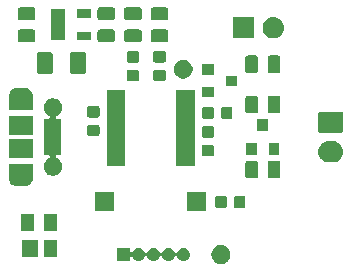
<source format=gbr>
G04 #@! TF.GenerationSoftware,KiCad,Pcbnew,(5.1.4-7-g8dd734fbd)*
G04 #@! TF.CreationDate,2019-08-30T10:47:23+03:00*
G04 #@! TF.ProjectId,stm32_ds2480_emu,73746d33-325f-4647-9332-3438305f656d,rev?*
G04 #@! TF.SameCoordinates,Original*
G04 #@! TF.FileFunction,Soldermask,Top*
G04 #@! TF.FilePolarity,Negative*
%FSLAX46Y46*%
G04 Gerber Fmt 4.6, Leading zero omitted, Abs format (unit mm)*
G04 Created by KiCad (PCBNEW (5.1.4-7-g8dd734fbd)) date 2019-08-30 10:47:23*
%MOMM*%
%LPD*%
G04 APERTURE LIST*
%ADD10C,0.100000*%
G04 APERTURE END LIST*
D10*
G36*
X131433642Y-94429781D02*
G01*
X131579414Y-94490162D01*
X131579416Y-94490163D01*
X131710608Y-94577822D01*
X131822178Y-94689392D01*
X131855754Y-94739643D01*
X131909838Y-94820586D01*
X131970219Y-94966358D01*
X132001000Y-95121107D01*
X132001000Y-95278893D01*
X131970219Y-95433642D01*
X131933315Y-95522735D01*
X131909837Y-95579416D01*
X131822178Y-95710608D01*
X131710608Y-95822178D01*
X131579416Y-95909837D01*
X131579415Y-95909838D01*
X131579414Y-95909838D01*
X131433642Y-95970219D01*
X131278893Y-96001000D01*
X131121107Y-96001000D01*
X130966358Y-95970219D01*
X130820586Y-95909838D01*
X130820585Y-95909838D01*
X130820584Y-95909837D01*
X130689392Y-95822178D01*
X130577822Y-95710608D01*
X130490163Y-95579416D01*
X130466685Y-95522735D01*
X130429781Y-95433642D01*
X130399000Y-95278893D01*
X130399000Y-95121107D01*
X130429781Y-94966358D01*
X130490162Y-94820586D01*
X130544246Y-94739643D01*
X130577822Y-94689392D01*
X130689392Y-94577822D01*
X130820584Y-94490163D01*
X130820586Y-94490162D01*
X130966358Y-94429781D01*
X131121107Y-94399000D01*
X131278893Y-94399000D01*
X131433642Y-94429781D01*
X131433642Y-94429781D01*
G37*
G36*
X123501000Y-94877265D02*
G01*
X123503402Y-94901651D01*
X123510515Y-94925100D01*
X123522066Y-94946711D01*
X123537611Y-94965653D01*
X123556553Y-94981198D01*
X123578164Y-94992749D01*
X123601613Y-94999862D01*
X123625999Y-95002264D01*
X123650385Y-94999862D01*
X123673834Y-94992749D01*
X123695445Y-94981198D01*
X123714387Y-94965653D01*
X123729932Y-94946711D01*
X123736233Y-94936198D01*
X123759644Y-94892400D01*
X123828499Y-94808499D01*
X123912400Y-94739643D01*
X123980945Y-94703005D01*
X124008121Y-94688479D01*
X124111985Y-94656973D01*
X124192933Y-94649000D01*
X124247067Y-94649000D01*
X124328015Y-94656973D01*
X124431879Y-94688479D01*
X124459055Y-94703005D01*
X124527600Y-94739643D01*
X124611501Y-94808499D01*
X124680357Y-94892400D01*
X124716995Y-94960945D01*
X124731521Y-94988121D01*
X124735388Y-95000869D01*
X124744760Y-95023496D01*
X124758374Y-95043870D01*
X124775701Y-95061197D01*
X124796075Y-95074811D01*
X124818714Y-95084188D01*
X124842747Y-95088969D01*
X124867251Y-95088969D01*
X124891285Y-95084189D01*
X124913924Y-95074812D01*
X124934298Y-95061198D01*
X124951625Y-95043871D01*
X124965239Y-95023497D01*
X124974612Y-95000869D01*
X124978479Y-94988121D01*
X124993005Y-94960945D01*
X125029643Y-94892400D01*
X125098499Y-94808499D01*
X125182400Y-94739643D01*
X125250945Y-94703005D01*
X125278121Y-94688479D01*
X125381985Y-94656973D01*
X125462933Y-94649000D01*
X125517067Y-94649000D01*
X125598015Y-94656973D01*
X125701879Y-94688479D01*
X125729055Y-94703005D01*
X125797600Y-94739643D01*
X125881501Y-94808499D01*
X125950357Y-94892400D01*
X125986995Y-94960945D01*
X126001521Y-94988121D01*
X126005388Y-95000869D01*
X126014760Y-95023496D01*
X126028374Y-95043870D01*
X126045701Y-95061197D01*
X126066075Y-95074811D01*
X126088714Y-95084188D01*
X126112747Y-95088969D01*
X126137251Y-95088969D01*
X126161285Y-95084189D01*
X126183924Y-95074812D01*
X126204298Y-95061198D01*
X126221625Y-95043871D01*
X126235239Y-95023497D01*
X126244612Y-95000869D01*
X126248479Y-94988121D01*
X126263005Y-94960945D01*
X126299643Y-94892400D01*
X126368499Y-94808499D01*
X126452400Y-94739643D01*
X126520945Y-94703005D01*
X126548121Y-94688479D01*
X126651985Y-94656973D01*
X126732933Y-94649000D01*
X126787067Y-94649000D01*
X126868015Y-94656973D01*
X126971879Y-94688479D01*
X126999055Y-94703005D01*
X127067600Y-94739643D01*
X127151501Y-94808499D01*
X127220357Y-94892400D01*
X127256995Y-94960945D01*
X127271521Y-94988121D01*
X127275388Y-95000869D01*
X127284760Y-95023496D01*
X127298374Y-95043870D01*
X127315701Y-95061197D01*
X127336075Y-95074811D01*
X127358714Y-95084188D01*
X127382747Y-95088969D01*
X127407251Y-95088969D01*
X127431285Y-95084189D01*
X127453924Y-95074812D01*
X127474298Y-95061198D01*
X127491625Y-95043871D01*
X127505239Y-95023497D01*
X127514612Y-95000869D01*
X127518479Y-94988121D01*
X127533005Y-94960945D01*
X127569643Y-94892400D01*
X127638499Y-94808499D01*
X127722400Y-94739643D01*
X127790945Y-94703005D01*
X127818121Y-94688479D01*
X127921985Y-94656973D01*
X128002933Y-94649000D01*
X128057067Y-94649000D01*
X128138015Y-94656973D01*
X128241879Y-94688479D01*
X128269055Y-94703005D01*
X128337600Y-94739643D01*
X128421501Y-94808499D01*
X128490357Y-94892400D01*
X128526995Y-94960945D01*
X128541521Y-94988121D01*
X128573027Y-95091985D01*
X128583666Y-95200000D01*
X128573027Y-95308015D01*
X128541521Y-95411879D01*
X128541191Y-95412496D01*
X128490357Y-95507600D01*
X128421501Y-95591501D01*
X128337600Y-95660357D01*
X128269055Y-95696995D01*
X128241879Y-95711521D01*
X128138015Y-95743027D01*
X128057067Y-95751000D01*
X128002933Y-95751000D01*
X127921985Y-95743027D01*
X127818121Y-95711521D01*
X127790945Y-95696995D01*
X127722400Y-95660357D01*
X127638499Y-95591501D01*
X127569643Y-95507600D01*
X127518809Y-95412496D01*
X127518479Y-95411879D01*
X127514612Y-95399131D01*
X127505240Y-95376504D01*
X127491626Y-95356130D01*
X127474299Y-95338803D01*
X127453925Y-95325189D01*
X127431286Y-95315812D01*
X127407253Y-95311031D01*
X127382749Y-95311031D01*
X127358715Y-95315811D01*
X127336076Y-95325188D01*
X127315702Y-95338802D01*
X127298375Y-95356129D01*
X127284761Y-95376503D01*
X127275388Y-95399131D01*
X127271521Y-95411879D01*
X127271191Y-95412496D01*
X127220357Y-95507600D01*
X127151501Y-95591501D01*
X127067600Y-95660357D01*
X126999055Y-95696995D01*
X126971879Y-95711521D01*
X126868015Y-95743027D01*
X126787067Y-95751000D01*
X126732933Y-95751000D01*
X126651985Y-95743027D01*
X126548121Y-95711521D01*
X126520945Y-95696995D01*
X126452400Y-95660357D01*
X126368499Y-95591501D01*
X126299643Y-95507600D01*
X126248809Y-95412496D01*
X126248479Y-95411879D01*
X126244612Y-95399131D01*
X126235240Y-95376504D01*
X126221626Y-95356130D01*
X126204299Y-95338803D01*
X126183925Y-95325189D01*
X126161286Y-95315812D01*
X126137253Y-95311031D01*
X126112749Y-95311031D01*
X126088715Y-95315811D01*
X126066076Y-95325188D01*
X126045702Y-95338802D01*
X126028375Y-95356129D01*
X126014761Y-95376503D01*
X126005388Y-95399131D01*
X126001521Y-95411879D01*
X126001191Y-95412496D01*
X125950357Y-95507600D01*
X125881501Y-95591501D01*
X125797600Y-95660357D01*
X125729055Y-95696995D01*
X125701879Y-95711521D01*
X125598015Y-95743027D01*
X125517067Y-95751000D01*
X125462933Y-95751000D01*
X125381985Y-95743027D01*
X125278121Y-95711521D01*
X125250945Y-95696995D01*
X125182400Y-95660357D01*
X125098499Y-95591501D01*
X125029643Y-95507600D01*
X124978809Y-95412496D01*
X124978479Y-95411879D01*
X124974612Y-95399131D01*
X124965240Y-95376504D01*
X124951626Y-95356130D01*
X124934299Y-95338803D01*
X124913925Y-95325189D01*
X124891286Y-95315812D01*
X124867253Y-95311031D01*
X124842749Y-95311031D01*
X124818715Y-95315811D01*
X124796076Y-95325188D01*
X124775702Y-95338802D01*
X124758375Y-95356129D01*
X124744761Y-95376503D01*
X124735388Y-95399131D01*
X124731521Y-95411879D01*
X124731191Y-95412496D01*
X124680357Y-95507600D01*
X124611501Y-95591501D01*
X124527600Y-95660357D01*
X124459055Y-95696995D01*
X124431879Y-95711521D01*
X124328015Y-95743027D01*
X124247067Y-95751000D01*
X124192933Y-95751000D01*
X124111985Y-95743027D01*
X124008121Y-95711521D01*
X123980945Y-95696995D01*
X123912400Y-95660357D01*
X123828499Y-95591501D01*
X123759645Y-95507601D01*
X123759644Y-95507600D01*
X123736236Y-95463807D01*
X123722625Y-95443437D01*
X123705298Y-95426110D01*
X123684924Y-95412496D01*
X123662285Y-95403119D01*
X123638252Y-95398338D01*
X123613748Y-95398338D01*
X123589714Y-95403118D01*
X123567076Y-95412495D01*
X123546701Y-95426109D01*
X123529374Y-95443436D01*
X123515760Y-95463810D01*
X123506383Y-95486449D01*
X123501602Y-95510482D01*
X123501000Y-95522735D01*
X123501000Y-95751000D01*
X122399000Y-95751000D01*
X122399000Y-94649000D01*
X123501000Y-94649000D01*
X123501000Y-94877265D01*
X123501000Y-94877265D01*
G37*
G36*
X115681000Y-95451000D02*
G01*
X114379000Y-95451000D01*
X114379000Y-93949000D01*
X115681000Y-93949000D01*
X115681000Y-95451000D01*
X115681000Y-95451000D01*
G37*
G36*
X117301000Y-95451000D02*
G01*
X116199000Y-95451000D01*
X116199000Y-93949000D01*
X117301000Y-93949000D01*
X117301000Y-95451000D01*
X117301000Y-95451000D01*
G37*
G36*
X117301000Y-93251000D02*
G01*
X116199000Y-93251000D01*
X116199000Y-91749000D01*
X117301000Y-91749000D01*
X117301000Y-93251000D01*
X117301000Y-93251000D01*
G37*
G36*
X115401000Y-93251000D02*
G01*
X114299000Y-93251000D01*
X114299000Y-91749000D01*
X115401000Y-91749000D01*
X115401000Y-93251000D01*
X115401000Y-93251000D01*
G37*
G36*
X129951000Y-91551000D02*
G01*
X128349000Y-91551000D01*
X128349000Y-89949000D01*
X129951000Y-89949000D01*
X129951000Y-91551000D01*
X129951000Y-91551000D01*
G37*
G36*
X122151000Y-91551000D02*
G01*
X120549000Y-91551000D01*
X120549000Y-89949000D01*
X122151000Y-89949000D01*
X122151000Y-91551000D01*
X122151000Y-91551000D01*
G37*
G36*
X133129591Y-90228085D02*
G01*
X133163569Y-90238393D01*
X133194890Y-90255134D01*
X133222339Y-90277661D01*
X133244866Y-90305110D01*
X133261607Y-90336431D01*
X133271915Y-90370409D01*
X133276000Y-90411890D01*
X133276000Y-91088110D01*
X133271915Y-91129591D01*
X133261607Y-91163569D01*
X133244866Y-91194890D01*
X133222339Y-91222339D01*
X133194890Y-91244866D01*
X133163569Y-91261607D01*
X133129591Y-91271915D01*
X133088110Y-91276000D01*
X132486890Y-91276000D01*
X132445409Y-91271915D01*
X132411431Y-91261607D01*
X132380110Y-91244866D01*
X132352661Y-91222339D01*
X132330134Y-91194890D01*
X132313393Y-91163569D01*
X132303085Y-91129591D01*
X132299000Y-91088110D01*
X132299000Y-90411890D01*
X132303085Y-90370409D01*
X132313393Y-90336431D01*
X132330134Y-90305110D01*
X132352661Y-90277661D01*
X132380110Y-90255134D01*
X132411431Y-90238393D01*
X132445409Y-90228085D01*
X132486890Y-90224000D01*
X133088110Y-90224000D01*
X133129591Y-90228085D01*
X133129591Y-90228085D01*
G37*
G36*
X131554591Y-90228085D02*
G01*
X131588569Y-90238393D01*
X131619890Y-90255134D01*
X131647339Y-90277661D01*
X131669866Y-90305110D01*
X131686607Y-90336431D01*
X131696915Y-90370409D01*
X131701000Y-90411890D01*
X131701000Y-91088110D01*
X131696915Y-91129591D01*
X131686607Y-91163569D01*
X131669866Y-91194890D01*
X131647339Y-91222339D01*
X131619890Y-91244866D01*
X131588569Y-91261607D01*
X131554591Y-91271915D01*
X131513110Y-91276000D01*
X130911890Y-91276000D01*
X130870409Y-91271915D01*
X130836431Y-91261607D01*
X130805110Y-91244866D01*
X130777661Y-91222339D01*
X130755134Y-91194890D01*
X130738393Y-91163569D01*
X130728085Y-91129591D01*
X130724000Y-91088110D01*
X130724000Y-90411890D01*
X130728085Y-90370409D01*
X130738393Y-90336431D01*
X130755134Y-90305110D01*
X130777661Y-90277661D01*
X130805110Y-90255134D01*
X130836431Y-90238393D01*
X130870409Y-90228085D01*
X130911890Y-90224000D01*
X131513110Y-90224000D01*
X131554591Y-90228085D01*
X131554591Y-90228085D01*
G37*
G36*
X115263500Y-88711886D02*
G01*
X115264102Y-88724138D01*
X115266649Y-88750000D01*
X115264102Y-88775862D01*
X115263500Y-88788114D01*
X115263500Y-88861406D01*
X115254543Y-88878164D01*
X115250415Y-88889701D01*
X115224632Y-88974693D01*
X115216854Y-89000336D01*
X115156406Y-89113425D01*
X115075054Y-89212554D01*
X114975925Y-89293906D01*
X114862836Y-89354354D01*
X114830904Y-89364040D01*
X114740118Y-89391580D01*
X114676355Y-89397860D01*
X114644474Y-89401000D01*
X113880526Y-89401000D01*
X113848645Y-89397860D01*
X113784882Y-89391580D01*
X113694096Y-89364040D01*
X113662164Y-89354354D01*
X113549075Y-89293906D01*
X113449946Y-89212554D01*
X113368594Y-89113425D01*
X113308146Y-89000336D01*
X113300368Y-88974693D01*
X113274587Y-88889708D01*
X113265213Y-88867075D01*
X113261500Y-88861518D01*
X113261500Y-88788114D01*
X113260898Y-88775862D01*
X113258351Y-88750000D01*
X113260898Y-88724138D01*
X113261500Y-88711886D01*
X113261500Y-87499000D01*
X115263500Y-87499000D01*
X115263500Y-88711886D01*
X115263500Y-88711886D01*
G37*
G36*
X134184468Y-87253565D02*
G01*
X134223138Y-87265296D01*
X134258777Y-87284346D01*
X134290017Y-87309983D01*
X134315654Y-87341223D01*
X134334704Y-87376862D01*
X134346435Y-87415532D01*
X134351000Y-87461888D01*
X134351000Y-88538112D01*
X134346435Y-88584468D01*
X134334704Y-88623138D01*
X134315654Y-88658777D01*
X134290017Y-88690017D01*
X134258777Y-88715654D01*
X134223138Y-88734704D01*
X134184468Y-88746435D01*
X134138112Y-88751000D01*
X133486888Y-88751000D01*
X133440532Y-88746435D01*
X133401862Y-88734704D01*
X133366223Y-88715654D01*
X133334983Y-88690017D01*
X133309346Y-88658777D01*
X133290296Y-88623138D01*
X133278565Y-88584468D01*
X133274000Y-88538112D01*
X133274000Y-87461888D01*
X133278565Y-87415532D01*
X133290296Y-87376862D01*
X133309346Y-87341223D01*
X133334983Y-87309983D01*
X133366223Y-87284346D01*
X133401862Y-87265296D01*
X133440532Y-87253565D01*
X133486888Y-87249000D01*
X134138112Y-87249000D01*
X134184468Y-87253565D01*
X134184468Y-87253565D01*
G37*
G36*
X136059468Y-87253565D02*
G01*
X136098138Y-87265296D01*
X136133777Y-87284346D01*
X136165017Y-87309983D01*
X136190654Y-87341223D01*
X136209704Y-87376862D01*
X136221435Y-87415532D01*
X136226000Y-87461888D01*
X136226000Y-88538112D01*
X136221435Y-88584468D01*
X136209704Y-88623138D01*
X136190654Y-88658777D01*
X136165017Y-88690017D01*
X136133777Y-88715654D01*
X136098138Y-88734704D01*
X136059468Y-88746435D01*
X136013112Y-88751000D01*
X135361888Y-88751000D01*
X135315532Y-88746435D01*
X135276862Y-88734704D01*
X135241223Y-88715654D01*
X135209983Y-88690017D01*
X135184346Y-88658777D01*
X135165296Y-88623138D01*
X135153565Y-88584468D01*
X135149000Y-88538112D01*
X135149000Y-87461888D01*
X135153565Y-87415532D01*
X135165296Y-87376862D01*
X135184346Y-87341223D01*
X135209983Y-87309983D01*
X135241223Y-87284346D01*
X135276862Y-87265296D01*
X135315532Y-87253565D01*
X135361888Y-87249000D01*
X136013112Y-87249000D01*
X136059468Y-87253565D01*
X136059468Y-87253565D01*
G37*
G36*
X117188848Y-82003820D02*
G01*
X117188850Y-82003821D01*
X117188851Y-82003821D01*
X117330074Y-82062317D01*
X117330077Y-82062319D01*
X117457169Y-82147239D01*
X117565261Y-82255331D01*
X117650181Y-82382423D01*
X117650183Y-82382426D01*
X117708679Y-82523649D01*
X117708680Y-82523652D01*
X117738500Y-82673569D01*
X117738500Y-82826431D01*
X117729715Y-82870599D01*
X117708679Y-82976351D01*
X117650183Y-83117574D01*
X117650181Y-83117577D01*
X117565261Y-83244669D01*
X117457169Y-83352761D01*
X117379884Y-83404401D01*
X117330074Y-83437683D01*
X117279772Y-83458519D01*
X117258164Y-83470068D01*
X117239222Y-83485614D01*
X117223677Y-83504556D01*
X117212126Y-83526166D01*
X117205013Y-83549615D01*
X117202611Y-83574001D01*
X117205013Y-83598387D01*
X117212126Y-83621836D01*
X117223677Y-83643447D01*
X117239223Y-83662389D01*
X117258165Y-83677934D01*
X117279775Y-83689485D01*
X117303224Y-83696598D01*
X117327610Y-83699000D01*
X117688500Y-83699000D01*
X117688500Y-86801000D01*
X117327610Y-86801000D01*
X117303224Y-86803402D01*
X117279775Y-86810515D01*
X117258164Y-86822066D01*
X117239222Y-86837611D01*
X117223677Y-86856553D01*
X117212126Y-86878164D01*
X117205013Y-86901613D01*
X117202611Y-86925999D01*
X117205013Y-86950385D01*
X117212126Y-86973834D01*
X117223677Y-86995445D01*
X117239222Y-87014387D01*
X117258164Y-87029932D01*
X117279772Y-87041481D01*
X117330074Y-87062317D01*
X117330075Y-87062318D01*
X117457169Y-87147239D01*
X117565261Y-87255331D01*
X117619458Y-87336443D01*
X117650183Y-87382426D01*
X117708679Y-87523649D01*
X117738500Y-87673571D01*
X117738500Y-87826429D01*
X117708679Y-87976351D01*
X117650183Y-88117574D01*
X117650181Y-88117577D01*
X117565261Y-88244669D01*
X117457169Y-88352761D01*
X117406564Y-88386574D01*
X117330074Y-88437683D01*
X117188851Y-88496179D01*
X117188850Y-88496179D01*
X117188848Y-88496180D01*
X117038931Y-88526000D01*
X116886069Y-88526000D01*
X116736152Y-88496180D01*
X116736150Y-88496179D01*
X116736149Y-88496179D01*
X116594926Y-88437683D01*
X116518436Y-88386574D01*
X116467831Y-88352761D01*
X116359739Y-88244669D01*
X116274819Y-88117577D01*
X116274817Y-88117574D01*
X116216321Y-87976351D01*
X116186500Y-87826429D01*
X116186500Y-87673571D01*
X116216321Y-87523649D01*
X116274817Y-87382426D01*
X116305542Y-87336443D01*
X116359739Y-87255331D01*
X116467831Y-87147239D01*
X116594925Y-87062318D01*
X116594926Y-87062317D01*
X116645228Y-87041481D01*
X116666836Y-87029932D01*
X116685778Y-87014386D01*
X116701323Y-86995444D01*
X116712874Y-86973834D01*
X116719987Y-86950385D01*
X116722389Y-86925999D01*
X116719987Y-86901613D01*
X116712874Y-86878164D01*
X116701323Y-86856553D01*
X116685777Y-86837611D01*
X116666835Y-86822066D01*
X116645225Y-86810515D01*
X116621776Y-86803402D01*
X116597390Y-86801000D01*
X116236500Y-86801000D01*
X116236500Y-83699000D01*
X116597390Y-83699000D01*
X116621776Y-83696598D01*
X116645225Y-83689485D01*
X116666836Y-83677934D01*
X116685778Y-83662389D01*
X116701323Y-83643447D01*
X116712874Y-83621836D01*
X116719987Y-83598387D01*
X116722389Y-83574001D01*
X116719987Y-83549615D01*
X116712874Y-83526166D01*
X116701323Y-83504555D01*
X116685778Y-83485613D01*
X116666836Y-83470068D01*
X116645228Y-83458519D01*
X116594926Y-83437683D01*
X116545116Y-83404401D01*
X116467831Y-83352761D01*
X116359739Y-83244669D01*
X116274819Y-83117577D01*
X116274817Y-83117574D01*
X116216321Y-82976351D01*
X116195286Y-82870599D01*
X116186500Y-82826431D01*
X116186500Y-82673569D01*
X116216320Y-82523652D01*
X116216321Y-82523649D01*
X116274817Y-82382426D01*
X116274819Y-82382423D01*
X116359739Y-82255331D01*
X116467831Y-82147239D01*
X116594923Y-82062319D01*
X116594926Y-82062317D01*
X116736149Y-82003821D01*
X116736150Y-82003821D01*
X116736152Y-82003820D01*
X116886069Y-81974000D01*
X117038931Y-81974000D01*
X117188848Y-82003820D01*
X117188848Y-82003820D01*
G37*
G36*
X123076000Y-87701000D02*
G01*
X121524000Y-87701000D01*
X121524000Y-81299000D01*
X123076000Y-81299000D01*
X123076000Y-87701000D01*
X123076000Y-87701000D01*
G37*
G36*
X128976000Y-87701000D02*
G01*
X127424000Y-87701000D01*
X127424000Y-81299000D01*
X128976000Y-81299000D01*
X128976000Y-87701000D01*
X128976000Y-87701000D01*
G37*
G36*
X140760443Y-85605519D02*
G01*
X140826627Y-85612037D01*
X140996466Y-85663557D01*
X141152991Y-85747222D01*
X141155157Y-85749000D01*
X141290186Y-85859814D01*
X141366382Y-85952661D01*
X141402778Y-85997009D01*
X141486443Y-86153534D01*
X141537963Y-86323373D01*
X141555359Y-86500000D01*
X141537963Y-86676627D01*
X141486443Y-86846466D01*
X141402778Y-87002991D01*
X141393426Y-87014386D01*
X141290186Y-87140186D01*
X141188729Y-87223448D01*
X141152991Y-87252778D01*
X140996466Y-87336443D01*
X140826627Y-87387963D01*
X140760442Y-87394482D01*
X140694260Y-87401000D01*
X140305740Y-87401000D01*
X140239558Y-87394482D01*
X140173373Y-87387963D01*
X140003534Y-87336443D01*
X139847009Y-87252778D01*
X139811271Y-87223448D01*
X139709814Y-87140186D01*
X139606574Y-87014386D01*
X139597222Y-87002991D01*
X139513557Y-86846466D01*
X139462037Y-86676627D01*
X139444641Y-86500000D01*
X139462037Y-86323373D01*
X139513557Y-86153534D01*
X139597222Y-85997009D01*
X139633618Y-85952661D01*
X139709814Y-85859814D01*
X139844843Y-85749000D01*
X139847009Y-85747222D01*
X140003534Y-85663557D01*
X140173373Y-85612037D01*
X140239557Y-85605519D01*
X140305740Y-85599000D01*
X140694260Y-85599000D01*
X140760443Y-85605519D01*
X140760443Y-85605519D01*
G37*
G36*
X115263500Y-87051000D02*
G01*
X113261500Y-87051000D01*
X113261500Y-85449000D01*
X115263500Y-85449000D01*
X115263500Y-87051000D01*
X115263500Y-87051000D01*
G37*
G36*
X130479591Y-85903085D02*
G01*
X130513569Y-85913393D01*
X130544890Y-85930134D01*
X130572339Y-85952661D01*
X130594866Y-85980110D01*
X130611607Y-86011431D01*
X130621915Y-86045409D01*
X130626000Y-86086890D01*
X130626000Y-86688110D01*
X130621915Y-86729591D01*
X130611607Y-86763569D01*
X130594866Y-86794890D01*
X130572339Y-86822339D01*
X130544890Y-86844866D01*
X130513569Y-86861607D01*
X130479591Y-86871915D01*
X130438110Y-86876000D01*
X129761890Y-86876000D01*
X129720409Y-86871915D01*
X129686431Y-86861607D01*
X129655110Y-86844866D01*
X129627661Y-86822339D01*
X129605134Y-86794890D01*
X129588393Y-86763569D01*
X129578085Y-86729591D01*
X129574000Y-86688110D01*
X129574000Y-86086890D01*
X129578085Y-86045409D01*
X129588393Y-86011431D01*
X129605134Y-85980110D01*
X129627661Y-85952661D01*
X129655110Y-85930134D01*
X129686431Y-85913393D01*
X129720409Y-85903085D01*
X129761890Y-85899000D01*
X130438110Y-85899000D01*
X130479591Y-85903085D01*
X130479591Y-85903085D01*
G37*
G36*
X134251000Y-86751000D02*
G01*
X133349000Y-86751000D01*
X133349000Y-85749000D01*
X134251000Y-85749000D01*
X134251000Y-86751000D01*
X134251000Y-86751000D01*
G37*
G36*
X136151000Y-86751000D02*
G01*
X135249000Y-86751000D01*
X135249000Y-85749000D01*
X136151000Y-85749000D01*
X136151000Y-86751000D01*
X136151000Y-86751000D01*
G37*
G36*
X130479591Y-84328085D02*
G01*
X130513569Y-84338393D01*
X130544890Y-84355134D01*
X130572339Y-84377661D01*
X130594866Y-84405110D01*
X130611607Y-84436431D01*
X130621915Y-84470409D01*
X130626000Y-84511890D01*
X130626000Y-85113110D01*
X130621915Y-85154591D01*
X130611607Y-85188569D01*
X130594866Y-85219890D01*
X130572339Y-85247339D01*
X130544890Y-85269866D01*
X130513569Y-85286607D01*
X130479591Y-85296915D01*
X130438110Y-85301000D01*
X129761890Y-85301000D01*
X129720409Y-85296915D01*
X129686431Y-85286607D01*
X129655110Y-85269866D01*
X129627661Y-85247339D01*
X129605134Y-85219890D01*
X129588393Y-85188569D01*
X129578085Y-85154591D01*
X129574000Y-85113110D01*
X129574000Y-84511890D01*
X129578085Y-84470409D01*
X129588393Y-84436431D01*
X129605134Y-84405110D01*
X129627661Y-84377661D01*
X129655110Y-84355134D01*
X129686431Y-84338393D01*
X129720409Y-84328085D01*
X129761890Y-84324000D01*
X130438110Y-84324000D01*
X130479591Y-84328085D01*
X130479591Y-84328085D01*
G37*
G36*
X120779591Y-84203085D02*
G01*
X120813569Y-84213393D01*
X120844890Y-84230134D01*
X120872339Y-84252661D01*
X120894866Y-84280110D01*
X120911607Y-84311431D01*
X120921915Y-84345409D01*
X120926000Y-84386890D01*
X120926000Y-84988110D01*
X120921915Y-85029591D01*
X120911607Y-85063569D01*
X120894866Y-85094890D01*
X120872339Y-85122339D01*
X120844890Y-85144866D01*
X120813569Y-85161607D01*
X120779591Y-85171915D01*
X120738110Y-85176000D01*
X120061890Y-85176000D01*
X120020409Y-85171915D01*
X119986431Y-85161607D01*
X119955110Y-85144866D01*
X119927661Y-85122339D01*
X119905134Y-85094890D01*
X119888393Y-85063569D01*
X119878085Y-85029591D01*
X119874000Y-84988110D01*
X119874000Y-84386890D01*
X119878085Y-84345409D01*
X119888393Y-84311431D01*
X119905134Y-84280110D01*
X119927661Y-84252661D01*
X119955110Y-84230134D01*
X119986431Y-84213393D01*
X120020409Y-84203085D01*
X120061890Y-84199000D01*
X120738110Y-84199000D01*
X120779591Y-84203085D01*
X120779591Y-84203085D01*
G37*
G36*
X115263500Y-85051000D02*
G01*
X113261500Y-85051000D01*
X113261500Y-83449000D01*
X115263500Y-83449000D01*
X115263500Y-85051000D01*
X115263500Y-85051000D01*
G37*
G36*
X141408600Y-83102989D02*
G01*
X141441652Y-83113015D01*
X141472103Y-83129292D01*
X141498799Y-83151201D01*
X141520708Y-83177897D01*
X141536985Y-83208348D01*
X141547011Y-83241400D01*
X141551000Y-83281903D01*
X141551000Y-84718097D01*
X141547011Y-84758600D01*
X141536985Y-84791652D01*
X141520708Y-84822103D01*
X141498799Y-84848799D01*
X141472103Y-84870708D01*
X141441652Y-84886985D01*
X141408600Y-84897011D01*
X141368097Y-84901000D01*
X139631903Y-84901000D01*
X139591400Y-84897011D01*
X139558348Y-84886985D01*
X139527897Y-84870708D01*
X139501201Y-84848799D01*
X139479292Y-84822103D01*
X139463015Y-84791652D01*
X139452989Y-84758600D01*
X139449000Y-84718097D01*
X139449000Y-83281903D01*
X139452989Y-83241400D01*
X139463015Y-83208348D01*
X139479292Y-83177897D01*
X139501201Y-83151201D01*
X139527897Y-83129292D01*
X139558348Y-83113015D01*
X139591400Y-83102989D01*
X139631903Y-83099000D01*
X141368097Y-83099000D01*
X141408600Y-83102989D01*
X141408600Y-83102989D01*
G37*
G36*
X135201000Y-84751000D02*
G01*
X134299000Y-84751000D01*
X134299000Y-83749000D01*
X135201000Y-83749000D01*
X135201000Y-84751000D01*
X135201000Y-84751000D01*
G37*
G36*
X132029591Y-82678085D02*
G01*
X132063569Y-82688393D01*
X132094890Y-82705134D01*
X132122339Y-82727661D01*
X132144866Y-82755110D01*
X132161607Y-82786431D01*
X132171915Y-82820409D01*
X132176000Y-82861890D01*
X132176000Y-83538110D01*
X132171915Y-83579591D01*
X132161607Y-83613569D01*
X132144866Y-83644890D01*
X132122339Y-83672339D01*
X132094890Y-83694866D01*
X132063569Y-83711607D01*
X132029591Y-83721915D01*
X131988110Y-83726000D01*
X131386890Y-83726000D01*
X131345409Y-83721915D01*
X131311431Y-83711607D01*
X131280110Y-83694866D01*
X131252661Y-83672339D01*
X131230134Y-83644890D01*
X131213393Y-83613569D01*
X131203085Y-83579591D01*
X131199000Y-83538110D01*
X131199000Y-82861890D01*
X131203085Y-82820409D01*
X131213393Y-82786431D01*
X131230134Y-82755110D01*
X131252661Y-82727661D01*
X131280110Y-82705134D01*
X131311431Y-82688393D01*
X131345409Y-82678085D01*
X131386890Y-82674000D01*
X131988110Y-82674000D01*
X132029591Y-82678085D01*
X132029591Y-82678085D01*
G37*
G36*
X130454591Y-82678085D02*
G01*
X130488569Y-82688393D01*
X130519890Y-82705134D01*
X130547339Y-82727661D01*
X130569866Y-82755110D01*
X130586607Y-82786431D01*
X130596915Y-82820409D01*
X130601000Y-82861890D01*
X130601000Y-83538110D01*
X130596915Y-83579591D01*
X130586607Y-83613569D01*
X130569866Y-83644890D01*
X130547339Y-83672339D01*
X130519890Y-83694866D01*
X130488569Y-83711607D01*
X130454591Y-83721915D01*
X130413110Y-83726000D01*
X129811890Y-83726000D01*
X129770409Y-83721915D01*
X129736431Y-83711607D01*
X129705110Y-83694866D01*
X129677661Y-83672339D01*
X129655134Y-83644890D01*
X129638393Y-83613569D01*
X129628085Y-83579591D01*
X129624000Y-83538110D01*
X129624000Y-82861890D01*
X129628085Y-82820409D01*
X129638393Y-82786431D01*
X129655134Y-82755110D01*
X129677661Y-82727661D01*
X129705110Y-82705134D01*
X129736431Y-82688393D01*
X129770409Y-82678085D01*
X129811890Y-82674000D01*
X130413110Y-82674000D01*
X130454591Y-82678085D01*
X130454591Y-82678085D01*
G37*
G36*
X120779591Y-82628085D02*
G01*
X120813569Y-82638393D01*
X120844890Y-82655134D01*
X120872339Y-82677661D01*
X120894866Y-82705110D01*
X120911607Y-82736431D01*
X120921915Y-82770409D01*
X120926000Y-82811890D01*
X120926000Y-83413110D01*
X120921915Y-83454591D01*
X120911607Y-83488569D01*
X120894866Y-83519890D01*
X120872339Y-83547339D01*
X120844890Y-83569866D01*
X120813569Y-83586607D01*
X120779591Y-83596915D01*
X120738110Y-83601000D01*
X120061890Y-83601000D01*
X120020409Y-83596915D01*
X119986431Y-83586607D01*
X119955110Y-83569866D01*
X119927661Y-83547339D01*
X119905134Y-83519890D01*
X119888393Y-83488569D01*
X119878085Y-83454591D01*
X119874000Y-83413110D01*
X119874000Y-82811890D01*
X119878085Y-82770409D01*
X119888393Y-82736431D01*
X119905134Y-82705110D01*
X119927661Y-82677661D01*
X119955110Y-82655134D01*
X119986431Y-82638393D01*
X120020409Y-82628085D01*
X120061890Y-82624000D01*
X120738110Y-82624000D01*
X120779591Y-82628085D01*
X120779591Y-82628085D01*
G37*
G36*
X134184468Y-81753565D02*
G01*
X134223138Y-81765296D01*
X134258777Y-81784346D01*
X134290017Y-81809983D01*
X134315654Y-81841223D01*
X134334704Y-81876862D01*
X134346435Y-81915532D01*
X134351000Y-81961888D01*
X134351000Y-83038112D01*
X134346435Y-83084468D01*
X134334704Y-83123138D01*
X134315654Y-83158777D01*
X134290017Y-83190017D01*
X134258777Y-83215654D01*
X134223138Y-83234704D01*
X134184468Y-83246435D01*
X134138112Y-83251000D01*
X133486888Y-83251000D01*
X133440532Y-83246435D01*
X133401862Y-83234704D01*
X133366223Y-83215654D01*
X133334983Y-83190017D01*
X133309346Y-83158777D01*
X133290296Y-83123138D01*
X133278565Y-83084468D01*
X133274000Y-83038112D01*
X133274000Y-81961888D01*
X133278565Y-81915532D01*
X133290296Y-81876862D01*
X133309346Y-81841223D01*
X133334983Y-81809983D01*
X133366223Y-81784346D01*
X133401862Y-81765296D01*
X133440532Y-81753565D01*
X133486888Y-81749000D01*
X134138112Y-81749000D01*
X134184468Y-81753565D01*
X134184468Y-81753565D01*
G37*
G36*
X136059468Y-81753565D02*
G01*
X136098138Y-81765296D01*
X136133777Y-81784346D01*
X136165017Y-81809983D01*
X136190654Y-81841223D01*
X136209704Y-81876862D01*
X136221435Y-81915532D01*
X136226000Y-81961888D01*
X136226000Y-83038112D01*
X136221435Y-83084468D01*
X136209704Y-83123138D01*
X136190654Y-83158777D01*
X136165017Y-83190017D01*
X136133777Y-83215654D01*
X136098138Y-83234704D01*
X136059468Y-83246435D01*
X136013112Y-83251000D01*
X135361888Y-83251000D01*
X135315532Y-83246435D01*
X135276862Y-83234704D01*
X135241223Y-83215654D01*
X135209983Y-83190017D01*
X135184346Y-83158777D01*
X135165296Y-83123138D01*
X135153565Y-83084468D01*
X135149000Y-83038112D01*
X135149000Y-81961888D01*
X135153565Y-81915532D01*
X135165296Y-81876862D01*
X135184346Y-81841223D01*
X135209983Y-81809983D01*
X135241223Y-81784346D01*
X135276862Y-81765296D01*
X135315532Y-81753565D01*
X135361888Y-81749000D01*
X136013112Y-81749000D01*
X136059468Y-81753565D01*
X136059468Y-81753565D01*
G37*
G36*
X114676355Y-81102140D02*
G01*
X114740118Y-81108420D01*
X114830904Y-81135960D01*
X114862836Y-81145646D01*
X114975925Y-81206094D01*
X115075054Y-81287446D01*
X115156406Y-81386575D01*
X115216854Y-81499664D01*
X115216855Y-81499668D01*
X115250413Y-81610292D01*
X115259787Y-81632925D01*
X115263500Y-81638482D01*
X115263500Y-81711886D01*
X115264102Y-81724138D01*
X115266649Y-81750000D01*
X115264102Y-81775862D01*
X115263500Y-81788114D01*
X115263500Y-83001000D01*
X113261500Y-83001000D01*
X113261500Y-81788114D01*
X113260898Y-81775862D01*
X113258351Y-81750000D01*
X113260898Y-81724138D01*
X113261500Y-81711886D01*
X113261500Y-81638594D01*
X113270457Y-81621836D01*
X113274585Y-81610299D01*
X113308145Y-81499668D01*
X113308146Y-81499664D01*
X113368594Y-81386575D01*
X113449946Y-81287446D01*
X113549075Y-81206094D01*
X113662164Y-81145646D01*
X113694096Y-81135960D01*
X113784882Y-81108420D01*
X113848645Y-81102140D01*
X113880526Y-81099000D01*
X114644474Y-81099000D01*
X114676355Y-81102140D01*
X114676355Y-81102140D01*
G37*
G36*
X130601000Y-81901000D02*
G01*
X129599000Y-81901000D01*
X129599000Y-80999000D01*
X130601000Y-80999000D01*
X130601000Y-81901000D01*
X130601000Y-81901000D01*
G37*
G36*
X132601000Y-80951000D02*
G01*
X131599000Y-80951000D01*
X131599000Y-80049000D01*
X132601000Y-80049000D01*
X132601000Y-80951000D01*
X132601000Y-80951000D01*
G37*
G36*
X126379591Y-79553085D02*
G01*
X126413569Y-79563393D01*
X126444890Y-79580134D01*
X126472339Y-79602661D01*
X126494866Y-79630110D01*
X126511607Y-79661431D01*
X126521915Y-79695409D01*
X126526000Y-79736890D01*
X126526000Y-80338110D01*
X126521915Y-80379591D01*
X126511607Y-80413569D01*
X126494866Y-80444890D01*
X126472339Y-80472339D01*
X126444890Y-80494866D01*
X126413569Y-80511607D01*
X126379591Y-80521915D01*
X126338110Y-80526000D01*
X125661890Y-80526000D01*
X125620409Y-80521915D01*
X125586431Y-80511607D01*
X125555110Y-80494866D01*
X125527661Y-80472339D01*
X125505134Y-80444890D01*
X125488393Y-80413569D01*
X125478085Y-80379591D01*
X125474000Y-80338110D01*
X125474000Y-79736890D01*
X125478085Y-79695409D01*
X125488393Y-79661431D01*
X125505134Y-79630110D01*
X125527661Y-79602661D01*
X125555110Y-79580134D01*
X125586431Y-79563393D01*
X125620409Y-79553085D01*
X125661890Y-79549000D01*
X126338110Y-79549000D01*
X126379591Y-79553085D01*
X126379591Y-79553085D01*
G37*
G36*
X124129591Y-79553085D02*
G01*
X124163569Y-79563393D01*
X124194890Y-79580134D01*
X124222339Y-79602661D01*
X124244866Y-79630110D01*
X124261607Y-79661431D01*
X124271915Y-79695409D01*
X124276000Y-79736890D01*
X124276000Y-80338110D01*
X124271915Y-80379591D01*
X124261607Y-80413569D01*
X124244866Y-80444890D01*
X124222339Y-80472339D01*
X124194890Y-80494866D01*
X124163569Y-80511607D01*
X124129591Y-80521915D01*
X124088110Y-80526000D01*
X123411890Y-80526000D01*
X123370409Y-80521915D01*
X123336431Y-80511607D01*
X123305110Y-80494866D01*
X123277661Y-80472339D01*
X123255134Y-80444890D01*
X123238393Y-80413569D01*
X123228085Y-80379591D01*
X123224000Y-80338110D01*
X123224000Y-79736890D01*
X123228085Y-79695409D01*
X123238393Y-79661431D01*
X123255134Y-79630110D01*
X123277661Y-79602661D01*
X123305110Y-79580134D01*
X123336431Y-79563393D01*
X123370409Y-79553085D01*
X123411890Y-79549000D01*
X124088110Y-79549000D01*
X124129591Y-79553085D01*
X124129591Y-79553085D01*
G37*
G36*
X128233642Y-78729781D02*
G01*
X128379414Y-78790162D01*
X128379416Y-78790163D01*
X128510608Y-78877822D01*
X128622178Y-78989392D01*
X128695415Y-79099000D01*
X128709838Y-79120586D01*
X128770219Y-79266358D01*
X128801000Y-79421107D01*
X128801000Y-79578893D01*
X128770219Y-79733642D01*
X128709838Y-79879414D01*
X128709837Y-79879416D01*
X128622178Y-80010608D01*
X128510608Y-80122178D01*
X128379416Y-80209837D01*
X128379415Y-80209838D01*
X128379414Y-80209838D01*
X128233642Y-80270219D01*
X128078893Y-80301000D01*
X127921107Y-80301000D01*
X127766358Y-80270219D01*
X127620586Y-80209838D01*
X127620585Y-80209838D01*
X127620584Y-80209837D01*
X127489392Y-80122178D01*
X127377822Y-80010608D01*
X127290163Y-79879416D01*
X127290162Y-79879414D01*
X127229781Y-79733642D01*
X127199000Y-79578893D01*
X127199000Y-79421107D01*
X127229781Y-79266358D01*
X127290162Y-79120586D01*
X127304585Y-79099000D01*
X127377822Y-78989392D01*
X127489392Y-78877822D01*
X127620584Y-78790163D01*
X127620586Y-78790162D01*
X127766358Y-78729781D01*
X127921107Y-78699000D01*
X128078893Y-78699000D01*
X128233642Y-78729781D01*
X128233642Y-78729781D01*
G37*
G36*
X130601000Y-80001000D02*
G01*
X129599000Y-80001000D01*
X129599000Y-79099000D01*
X130601000Y-79099000D01*
X130601000Y-80001000D01*
X130601000Y-80001000D01*
G37*
G36*
X119618604Y-78078347D02*
G01*
X119655144Y-78089432D01*
X119688821Y-78107433D01*
X119718341Y-78131659D01*
X119742567Y-78161179D01*
X119760568Y-78194856D01*
X119771653Y-78231396D01*
X119776000Y-78275538D01*
X119776000Y-79724462D01*
X119771653Y-79768604D01*
X119760568Y-79805144D01*
X119742567Y-79838821D01*
X119718341Y-79868341D01*
X119688821Y-79892567D01*
X119655144Y-79910568D01*
X119618604Y-79921653D01*
X119574462Y-79926000D01*
X118625538Y-79926000D01*
X118581396Y-79921653D01*
X118544856Y-79910568D01*
X118511179Y-79892567D01*
X118481659Y-79868341D01*
X118457433Y-79838821D01*
X118439432Y-79805144D01*
X118428347Y-79768604D01*
X118424000Y-79724462D01*
X118424000Y-78275538D01*
X118428347Y-78231396D01*
X118439432Y-78194856D01*
X118457433Y-78161179D01*
X118481659Y-78131659D01*
X118511179Y-78107433D01*
X118544856Y-78089432D01*
X118581396Y-78078347D01*
X118625538Y-78074000D01*
X119574462Y-78074000D01*
X119618604Y-78078347D01*
X119618604Y-78078347D01*
G37*
G36*
X116818604Y-78078347D02*
G01*
X116855144Y-78089432D01*
X116888821Y-78107433D01*
X116918341Y-78131659D01*
X116942567Y-78161179D01*
X116960568Y-78194856D01*
X116971653Y-78231396D01*
X116976000Y-78275538D01*
X116976000Y-79724462D01*
X116971653Y-79768604D01*
X116960568Y-79805144D01*
X116942567Y-79838821D01*
X116918341Y-79868341D01*
X116888821Y-79892567D01*
X116855144Y-79910568D01*
X116818604Y-79921653D01*
X116774462Y-79926000D01*
X115825538Y-79926000D01*
X115781396Y-79921653D01*
X115744856Y-79910568D01*
X115711179Y-79892567D01*
X115681659Y-79868341D01*
X115657433Y-79838821D01*
X115639432Y-79805144D01*
X115628347Y-79768604D01*
X115624000Y-79724462D01*
X115624000Y-78275538D01*
X115628347Y-78231396D01*
X115639432Y-78194856D01*
X115657433Y-78161179D01*
X115681659Y-78131659D01*
X115711179Y-78107433D01*
X115744856Y-78089432D01*
X115781396Y-78078347D01*
X115825538Y-78074000D01*
X116774462Y-78074000D01*
X116818604Y-78078347D01*
X116818604Y-78078347D01*
G37*
G36*
X134184468Y-78353565D02*
G01*
X134223138Y-78365296D01*
X134258777Y-78384346D01*
X134290017Y-78409983D01*
X134315654Y-78441223D01*
X134334704Y-78476862D01*
X134346435Y-78515532D01*
X134351000Y-78561888D01*
X134351000Y-79638112D01*
X134346435Y-79684468D01*
X134334704Y-79723138D01*
X134315654Y-79758777D01*
X134290017Y-79790017D01*
X134258777Y-79815654D01*
X134223138Y-79834704D01*
X134184468Y-79846435D01*
X134138112Y-79851000D01*
X133486888Y-79851000D01*
X133440532Y-79846435D01*
X133401862Y-79834704D01*
X133366223Y-79815654D01*
X133334983Y-79790017D01*
X133309346Y-79758777D01*
X133290296Y-79723138D01*
X133278565Y-79684468D01*
X133274000Y-79638112D01*
X133274000Y-78561888D01*
X133278565Y-78515532D01*
X133290296Y-78476862D01*
X133309346Y-78441223D01*
X133334983Y-78409983D01*
X133366223Y-78384346D01*
X133401862Y-78365296D01*
X133440532Y-78353565D01*
X133486888Y-78349000D01*
X134138112Y-78349000D01*
X134184468Y-78353565D01*
X134184468Y-78353565D01*
G37*
G36*
X136059468Y-78353565D02*
G01*
X136098138Y-78365296D01*
X136133777Y-78384346D01*
X136165017Y-78409983D01*
X136190654Y-78441223D01*
X136209704Y-78476862D01*
X136221435Y-78515532D01*
X136226000Y-78561888D01*
X136226000Y-79638112D01*
X136221435Y-79684468D01*
X136209704Y-79723138D01*
X136190654Y-79758777D01*
X136165017Y-79790017D01*
X136133777Y-79815654D01*
X136098138Y-79834704D01*
X136059468Y-79846435D01*
X136013112Y-79851000D01*
X135361888Y-79851000D01*
X135315532Y-79846435D01*
X135276862Y-79834704D01*
X135241223Y-79815654D01*
X135209983Y-79790017D01*
X135184346Y-79758777D01*
X135165296Y-79723138D01*
X135153565Y-79684468D01*
X135149000Y-79638112D01*
X135149000Y-78561888D01*
X135153565Y-78515532D01*
X135165296Y-78476862D01*
X135184346Y-78441223D01*
X135209983Y-78409983D01*
X135241223Y-78384346D01*
X135276862Y-78365296D01*
X135315532Y-78353565D01*
X135361888Y-78349000D01*
X136013112Y-78349000D01*
X136059468Y-78353565D01*
X136059468Y-78353565D01*
G37*
G36*
X126379591Y-77978085D02*
G01*
X126413569Y-77988393D01*
X126444890Y-78005134D01*
X126472339Y-78027661D01*
X126494866Y-78055110D01*
X126511607Y-78086431D01*
X126521915Y-78120409D01*
X126526000Y-78161890D01*
X126526000Y-78763110D01*
X126521915Y-78804591D01*
X126511607Y-78838569D01*
X126494866Y-78869890D01*
X126472339Y-78897339D01*
X126444890Y-78919866D01*
X126413569Y-78936607D01*
X126379591Y-78946915D01*
X126338110Y-78951000D01*
X125661890Y-78951000D01*
X125620409Y-78946915D01*
X125586431Y-78936607D01*
X125555110Y-78919866D01*
X125527661Y-78897339D01*
X125505134Y-78869890D01*
X125488393Y-78838569D01*
X125478085Y-78804591D01*
X125474000Y-78763110D01*
X125474000Y-78161890D01*
X125478085Y-78120409D01*
X125488393Y-78086431D01*
X125505134Y-78055110D01*
X125527661Y-78027661D01*
X125555110Y-78005134D01*
X125586431Y-77988393D01*
X125620409Y-77978085D01*
X125661890Y-77974000D01*
X126338110Y-77974000D01*
X126379591Y-77978085D01*
X126379591Y-77978085D01*
G37*
G36*
X124129591Y-77978085D02*
G01*
X124163569Y-77988393D01*
X124194890Y-78005134D01*
X124222339Y-78027661D01*
X124244866Y-78055110D01*
X124261607Y-78086431D01*
X124271915Y-78120409D01*
X124276000Y-78161890D01*
X124276000Y-78763110D01*
X124271915Y-78804591D01*
X124261607Y-78838569D01*
X124244866Y-78869890D01*
X124222339Y-78897339D01*
X124194890Y-78919866D01*
X124163569Y-78936607D01*
X124129591Y-78946915D01*
X124088110Y-78951000D01*
X123411890Y-78951000D01*
X123370409Y-78946915D01*
X123336431Y-78936607D01*
X123305110Y-78919866D01*
X123277661Y-78897339D01*
X123255134Y-78869890D01*
X123238393Y-78838569D01*
X123228085Y-78804591D01*
X123224000Y-78763110D01*
X123224000Y-78161890D01*
X123228085Y-78120409D01*
X123238393Y-78086431D01*
X123255134Y-78055110D01*
X123277661Y-78027661D01*
X123305110Y-78005134D01*
X123336431Y-77988393D01*
X123370409Y-77978085D01*
X123411890Y-77974000D01*
X124088110Y-77974000D01*
X124129591Y-77978085D01*
X124129591Y-77978085D01*
G37*
G36*
X122084468Y-76153565D02*
G01*
X122123138Y-76165296D01*
X122158777Y-76184346D01*
X122190017Y-76209983D01*
X122215654Y-76241223D01*
X122234704Y-76276862D01*
X122246435Y-76315532D01*
X122251000Y-76361888D01*
X122251000Y-77013112D01*
X122246435Y-77059468D01*
X122234704Y-77098138D01*
X122215654Y-77133777D01*
X122190017Y-77165017D01*
X122158777Y-77190654D01*
X122123138Y-77209704D01*
X122084468Y-77221435D01*
X122038112Y-77226000D01*
X120961888Y-77226000D01*
X120915532Y-77221435D01*
X120876862Y-77209704D01*
X120841223Y-77190654D01*
X120809983Y-77165017D01*
X120784346Y-77133777D01*
X120765296Y-77098138D01*
X120753565Y-77059468D01*
X120749000Y-77013112D01*
X120749000Y-76361888D01*
X120753565Y-76315532D01*
X120765296Y-76276862D01*
X120784346Y-76241223D01*
X120809983Y-76209983D01*
X120841223Y-76184346D01*
X120876862Y-76165296D01*
X120915532Y-76153565D01*
X120961888Y-76149000D01*
X122038112Y-76149000D01*
X122084468Y-76153565D01*
X122084468Y-76153565D01*
G37*
G36*
X115334468Y-76153565D02*
G01*
X115373138Y-76165296D01*
X115408777Y-76184346D01*
X115440017Y-76209983D01*
X115465654Y-76241223D01*
X115484704Y-76276862D01*
X115496435Y-76315532D01*
X115501000Y-76361888D01*
X115501000Y-77013112D01*
X115496435Y-77059468D01*
X115484704Y-77098138D01*
X115465654Y-77133777D01*
X115440017Y-77165017D01*
X115408777Y-77190654D01*
X115373138Y-77209704D01*
X115334468Y-77221435D01*
X115288112Y-77226000D01*
X114211888Y-77226000D01*
X114165532Y-77221435D01*
X114126862Y-77209704D01*
X114091223Y-77190654D01*
X114059983Y-77165017D01*
X114034346Y-77133777D01*
X114015296Y-77098138D01*
X114003565Y-77059468D01*
X113999000Y-77013112D01*
X113999000Y-76361888D01*
X114003565Y-76315532D01*
X114015296Y-76276862D01*
X114034346Y-76241223D01*
X114059983Y-76209983D01*
X114091223Y-76184346D01*
X114126862Y-76165296D01*
X114165532Y-76153565D01*
X114211888Y-76149000D01*
X115288112Y-76149000D01*
X115334468Y-76153565D01*
X115334468Y-76153565D01*
G37*
G36*
X124334468Y-76153565D02*
G01*
X124373138Y-76165296D01*
X124408777Y-76184346D01*
X124440017Y-76209983D01*
X124465654Y-76241223D01*
X124484704Y-76276862D01*
X124496435Y-76315532D01*
X124501000Y-76361888D01*
X124501000Y-77013112D01*
X124496435Y-77059468D01*
X124484704Y-77098138D01*
X124465654Y-77133777D01*
X124440017Y-77165017D01*
X124408777Y-77190654D01*
X124373138Y-77209704D01*
X124334468Y-77221435D01*
X124288112Y-77226000D01*
X123211888Y-77226000D01*
X123165532Y-77221435D01*
X123126862Y-77209704D01*
X123091223Y-77190654D01*
X123059983Y-77165017D01*
X123034346Y-77133777D01*
X123015296Y-77098138D01*
X123003565Y-77059468D01*
X122999000Y-77013112D01*
X122999000Y-76361888D01*
X123003565Y-76315532D01*
X123015296Y-76276862D01*
X123034346Y-76241223D01*
X123059983Y-76209983D01*
X123091223Y-76184346D01*
X123126862Y-76165296D01*
X123165532Y-76153565D01*
X123211888Y-76149000D01*
X124288112Y-76149000D01*
X124334468Y-76153565D01*
X124334468Y-76153565D01*
G37*
G36*
X126584468Y-76153565D02*
G01*
X126623138Y-76165296D01*
X126658777Y-76184346D01*
X126690017Y-76209983D01*
X126715654Y-76241223D01*
X126734704Y-76276862D01*
X126746435Y-76315532D01*
X126751000Y-76361888D01*
X126751000Y-77013112D01*
X126746435Y-77059468D01*
X126734704Y-77098138D01*
X126715654Y-77133777D01*
X126690017Y-77165017D01*
X126658777Y-77190654D01*
X126623138Y-77209704D01*
X126584468Y-77221435D01*
X126538112Y-77226000D01*
X125461888Y-77226000D01*
X125415532Y-77221435D01*
X125376862Y-77209704D01*
X125341223Y-77190654D01*
X125309983Y-77165017D01*
X125284346Y-77133777D01*
X125265296Y-77098138D01*
X125253565Y-77059468D01*
X125249000Y-77013112D01*
X125249000Y-76361888D01*
X125253565Y-76315532D01*
X125265296Y-76276862D01*
X125284346Y-76241223D01*
X125309983Y-76209983D01*
X125341223Y-76184346D01*
X125376862Y-76165296D01*
X125415532Y-76153565D01*
X125461888Y-76149000D01*
X126538112Y-76149000D01*
X126584468Y-76153565D01*
X126584468Y-76153565D01*
G37*
G36*
X117981000Y-77076000D02*
G01*
X116819000Y-77076000D01*
X116819000Y-74424000D01*
X117981000Y-74424000D01*
X117981000Y-77076000D01*
X117981000Y-77076000D01*
G37*
G36*
X120181000Y-77076000D02*
G01*
X119019000Y-77076000D01*
X119019000Y-76324000D01*
X120181000Y-76324000D01*
X120181000Y-77076000D01*
X120181000Y-77076000D01*
G37*
G36*
X135750442Y-75105518D02*
G01*
X135816627Y-75112037D01*
X135986466Y-75163557D01*
X136142991Y-75247222D01*
X136173352Y-75272139D01*
X136280186Y-75359814D01*
X136363448Y-75461271D01*
X136392778Y-75497009D01*
X136476443Y-75653534D01*
X136527963Y-75823373D01*
X136545359Y-76000000D01*
X136527963Y-76176627D01*
X136476443Y-76346466D01*
X136392778Y-76502991D01*
X136363448Y-76538729D01*
X136280186Y-76640186D01*
X136178729Y-76723448D01*
X136142991Y-76752778D01*
X135986466Y-76836443D01*
X135816627Y-76887963D01*
X135750442Y-76894482D01*
X135684260Y-76901000D01*
X135595740Y-76901000D01*
X135529558Y-76894482D01*
X135463373Y-76887963D01*
X135293534Y-76836443D01*
X135137009Y-76752778D01*
X135101271Y-76723448D01*
X134999814Y-76640186D01*
X134916552Y-76538729D01*
X134887222Y-76502991D01*
X134803557Y-76346466D01*
X134752037Y-76176627D01*
X134734641Y-76000000D01*
X134752037Y-75823373D01*
X134803557Y-75653534D01*
X134887222Y-75497009D01*
X134916552Y-75461271D01*
X134999814Y-75359814D01*
X135106648Y-75272139D01*
X135137009Y-75247222D01*
X135293534Y-75163557D01*
X135463373Y-75112037D01*
X135529558Y-75105518D01*
X135595740Y-75099000D01*
X135684260Y-75099000D01*
X135750442Y-75105518D01*
X135750442Y-75105518D01*
G37*
G36*
X134001000Y-76901000D02*
G01*
X132199000Y-76901000D01*
X132199000Y-75099000D01*
X134001000Y-75099000D01*
X134001000Y-76901000D01*
X134001000Y-76901000D01*
G37*
G36*
X124334468Y-74278565D02*
G01*
X124373138Y-74290296D01*
X124408777Y-74309346D01*
X124440017Y-74334983D01*
X124465654Y-74366223D01*
X124484704Y-74401862D01*
X124496435Y-74440532D01*
X124501000Y-74486888D01*
X124501000Y-75138112D01*
X124496435Y-75184468D01*
X124484704Y-75223138D01*
X124465654Y-75258777D01*
X124440017Y-75290017D01*
X124408777Y-75315654D01*
X124373138Y-75334704D01*
X124334468Y-75346435D01*
X124288112Y-75351000D01*
X123211888Y-75351000D01*
X123165532Y-75346435D01*
X123126862Y-75334704D01*
X123091223Y-75315654D01*
X123059983Y-75290017D01*
X123034346Y-75258777D01*
X123015296Y-75223138D01*
X123003565Y-75184468D01*
X122999000Y-75138112D01*
X122999000Y-74486888D01*
X123003565Y-74440532D01*
X123015296Y-74401862D01*
X123034346Y-74366223D01*
X123059983Y-74334983D01*
X123091223Y-74309346D01*
X123126862Y-74290296D01*
X123165532Y-74278565D01*
X123211888Y-74274000D01*
X124288112Y-74274000D01*
X124334468Y-74278565D01*
X124334468Y-74278565D01*
G37*
G36*
X115334468Y-74278565D02*
G01*
X115373138Y-74290296D01*
X115408777Y-74309346D01*
X115440017Y-74334983D01*
X115465654Y-74366223D01*
X115484704Y-74401862D01*
X115496435Y-74440532D01*
X115501000Y-74486888D01*
X115501000Y-75138112D01*
X115496435Y-75184468D01*
X115484704Y-75223138D01*
X115465654Y-75258777D01*
X115440017Y-75290017D01*
X115408777Y-75315654D01*
X115373138Y-75334704D01*
X115334468Y-75346435D01*
X115288112Y-75351000D01*
X114211888Y-75351000D01*
X114165532Y-75346435D01*
X114126862Y-75334704D01*
X114091223Y-75315654D01*
X114059983Y-75290017D01*
X114034346Y-75258777D01*
X114015296Y-75223138D01*
X114003565Y-75184468D01*
X113999000Y-75138112D01*
X113999000Y-74486888D01*
X114003565Y-74440532D01*
X114015296Y-74401862D01*
X114034346Y-74366223D01*
X114059983Y-74334983D01*
X114091223Y-74309346D01*
X114126862Y-74290296D01*
X114165532Y-74278565D01*
X114211888Y-74274000D01*
X115288112Y-74274000D01*
X115334468Y-74278565D01*
X115334468Y-74278565D01*
G37*
G36*
X122084468Y-74278565D02*
G01*
X122123138Y-74290296D01*
X122158777Y-74309346D01*
X122190017Y-74334983D01*
X122215654Y-74366223D01*
X122234704Y-74401862D01*
X122246435Y-74440532D01*
X122251000Y-74486888D01*
X122251000Y-75138112D01*
X122246435Y-75184468D01*
X122234704Y-75223138D01*
X122215654Y-75258777D01*
X122190017Y-75290017D01*
X122158777Y-75315654D01*
X122123138Y-75334704D01*
X122084468Y-75346435D01*
X122038112Y-75351000D01*
X120961888Y-75351000D01*
X120915532Y-75346435D01*
X120876862Y-75334704D01*
X120841223Y-75315654D01*
X120809983Y-75290017D01*
X120784346Y-75258777D01*
X120765296Y-75223138D01*
X120753565Y-75184468D01*
X120749000Y-75138112D01*
X120749000Y-74486888D01*
X120753565Y-74440532D01*
X120765296Y-74401862D01*
X120784346Y-74366223D01*
X120809983Y-74334983D01*
X120841223Y-74309346D01*
X120876862Y-74290296D01*
X120915532Y-74278565D01*
X120961888Y-74274000D01*
X122038112Y-74274000D01*
X122084468Y-74278565D01*
X122084468Y-74278565D01*
G37*
G36*
X126584468Y-74278565D02*
G01*
X126623138Y-74290296D01*
X126658777Y-74309346D01*
X126690017Y-74334983D01*
X126715654Y-74366223D01*
X126734704Y-74401862D01*
X126746435Y-74440532D01*
X126751000Y-74486888D01*
X126751000Y-75138112D01*
X126746435Y-75184468D01*
X126734704Y-75223138D01*
X126715654Y-75258777D01*
X126690017Y-75290017D01*
X126658777Y-75315654D01*
X126623138Y-75334704D01*
X126584468Y-75346435D01*
X126538112Y-75351000D01*
X125461888Y-75351000D01*
X125415532Y-75346435D01*
X125376862Y-75334704D01*
X125341223Y-75315654D01*
X125309983Y-75290017D01*
X125284346Y-75258777D01*
X125265296Y-75223138D01*
X125253565Y-75184468D01*
X125249000Y-75138112D01*
X125249000Y-74486888D01*
X125253565Y-74440532D01*
X125265296Y-74401862D01*
X125284346Y-74366223D01*
X125309983Y-74334983D01*
X125341223Y-74309346D01*
X125376862Y-74290296D01*
X125415532Y-74278565D01*
X125461888Y-74274000D01*
X126538112Y-74274000D01*
X126584468Y-74278565D01*
X126584468Y-74278565D01*
G37*
G36*
X120181000Y-75176000D02*
G01*
X119019000Y-75176000D01*
X119019000Y-74424000D01*
X120181000Y-74424000D01*
X120181000Y-75176000D01*
X120181000Y-75176000D01*
G37*
M02*

</source>
